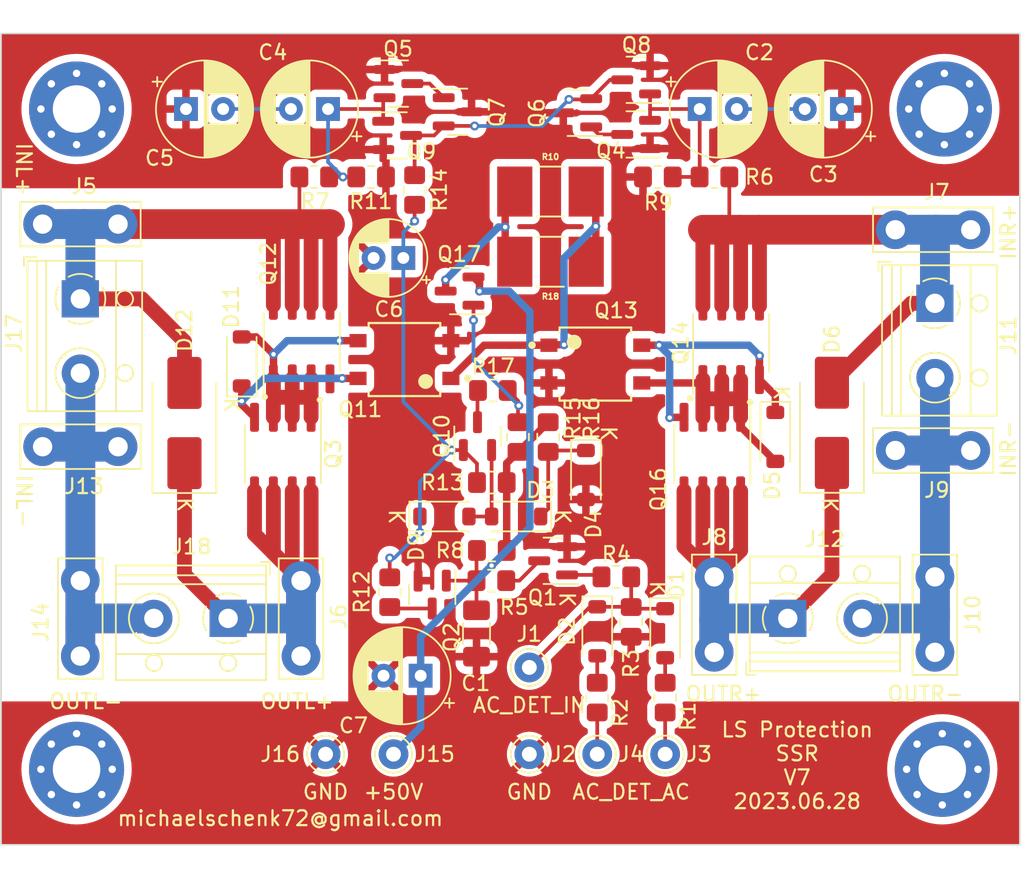
<source format=kicad_pcb>
(kicad_pcb (version 20221018) (generator pcbnew)
  (layers (0 "F.Cu" signal) (31 "B.Cu" signal) (34 "B.Paste" user) (35 "F.Paste" user) (36 "B.SilkS" user "B.Silkscreen") (37 "F.SilkS" user "F.Silkscreen") (38 "B.Mask" user) (39 "F.Mask" user) (44 "Edge.Cuts" user))
  (net 0 "")
  (net 1 "Net-(Q2-B)")
  (net 2 "Net-(Q4-E)")
  (net 3 "Net-(C2-Pad2)")
  (net 4 "Net-(Q5-E)")
  (net 5 "Net-(C4-Pad2)")
  (net 6 "GND")
  (net 7 "Net-(D9-K)")
  (net 8 "Net-(D1-K)")
  (net 9 "Net-(D1-A)")
  (net 10 "Net-(D2-A)")
  (net 11 "Net-(D3-K)")
  (net 12 "Net-(D3-A)")
  (net 13 "Net-(D11-K)")
  (net 14 "Net-(D11-A)")
  (net 15 "Net-(D12-A1)")
  (net 16 "Net-(J3-Pin_1)")
  (net 17 "Net-(J4-Pin_1)")
  (net 18 "INL+")
  (net 19 "INR+")
  (net 20 "Net-(D5-K)")
  (net 21 "Net-(J10-Pin_1)")
  (net 22 "Net-(J13-Pin_1)")
  (net 23 "Net-(J15-Pin_1)")
  (net 24 "Net-(Q1-B)")
  (net 25 "Net-(Q1-C)")
  (net 26 "Net-(Q2-C)")
  (net 27 "Net-(Q4-C)")
  (net 28 "Net-(Q5-C)")
  (net 29 "Net-(Q6-E)")
  (net 30 "Net-(Q10-C)")
  (net 31 "Net-(Q17-B)")
  (net 32 "/R-")
  (net 33 "/R+")
  (net 34 "Net-(D5-A)")
  (net 35 "Net-(D6-A1)")
  (footprint "Resistor_SMD:R_0805_2012Metric_Pad1.20x1.40mm_HandSolder" (layer "F.Cu") (at 100.447 72.777 180)
    (fp_text reference "R11")
    (fp_text value "22k")
  )
  (footprint "Diode_SMD:D_SOD-123" (layer "F.Cu") (at 114.909 92.843 -90)
    (fp_text reference "D4")
    (fp_text value "MMSZ5245 (15V)")
  )
  (footprint "Resistor_SMD:R_0805_2012Metric_Pad1.20x1.40mm_HandSolder" (layer "F.Cu") (at 112.369 90.287 -90)
    (fp_text reference "R16")
    (fp_text value "47k")
  )
  (footprint "Package_TO_SOT_SMD:SOT-23" (layer "F.Cu") (at 118.2895 69.917 180)
    (fp_text reference "Q4")
    (fp_text value "MMBTA42")
  )
  (footprint "kicad-snk:RESC6332X120N" (layer "F.Cu") (at 112.524 78.486)
    (fp_text reference "R18")
    (fp_text value "3.3k/3W")
  )
  (footprint "Resistor_SMD:R_0805_2012Metric_Pad1.20x1.40mm_HandSolder" (layer "F.Cu") (at 108.575 93.351 180)
    (fp_text reference "R13")
    (fp_text value "220k")
  )
  (footprint "TerminalBlock_RND:TerminalBlock_RND_205-00012_1x02_P5.00mm_Horizontal" (layer "F.Cu") (at 128.498 102.495)
    (fp_text reference "J12")
    (fp_text value "OUTR")
  )
  (footprint "Resistor_SMD:R_0805_2012Metric_Pad1.20x1.40mm_HandSolder" (layer "F.Cu") (at 101.701 100.733 -90)
    (fp_text reference "R12")
    (fp_text value "4.7k")
  )
  (footprint "Package_SO:SOIC-8_3.9x4.9mm_P1.27mm" (layer "F.Cu") (at 123.418 91.4348 -90)
    (fp_text reference "Q16")
    (fp_text value "AOSP66920")
  )
  (footprint "kicad-snk:Vishay-VOM1271T-0-0-0" (layer "F.Cu") (at 115.5432 85.3754)
    (fp_text reference "Q13")
    (fp_text value "VOM1271T" hide)
  )
  (footprint "Diode_SMD:D_SOD-123" (layer "F.Cu") (at 127.6598 90.2766 -90)
    (fp_text reference "D5")
    (fp_text value "MMSZ12T1G (12V)")
  )
  (footprint "Diode_SMD:D_SOD-123" (layer "F.Cu") (at 91.735 85.1986 90)
    (fp_text reference "D11")
    (fp_text value "MMSZ12T1G (12V)")
  )
  (footprint "kicad-snk:TE-726386-2_Pitch5.08mm_Drill1.3mm" (layer "F.Cu") (at 123.545 99.701 -90)
    (fp_text reference "J8")
    (fp_text value "OUTR+")
  )
  (footprint "Diode_SMD:D_SMB_Handsoldering" (layer "F.Cu") (at 131.4698 89.3302 90)
    (fp_text reference "D6")
    (fp_text value "SMBJP6KE68CA")
  )
  (footprint "Resistor_SMD:R_0805_2012Metric_Pad1.20x1.40mm_HandSolder" (layer "F.Cu") (at 115.671 107.829 90)
    (fp_text reference "R2")
    (fp_text value "22k")
  )
  (footprint "Package_TO_SOT_SMD:SOT-23" (layer "F.Cu") (at 114.3225 68.459 180)
    (fp_text reference "Q6")
    (fp_text value "MMBTA92")
  )
  (footprint "Resistor_SMD:R_0805_2012Metric_Pad1.20x1.40mm_HandSolder" (layer "F.Cu") (at 103.3774 73.6566 -90)
    (fp_text reference "R14")
    (fp_text value "10R")
  )
  (footprint "Package_SO:SOIC-8_3.9x4.9mm_P1.27mm" (layer "F.Cu") (at 95.7736 83.894 90)
    (fp_text reference "Q12")
    (fp_text value "AOSP66920")
  )
  (footprint "Capacitor_THT:CP_Radial_D6.3mm_P2.50mm" (layer "F.Cu") (at 132.141 68.205 180)
    (fp_text reference "C3")
    (fp_text value "47uF/50V")
  )
  (footprint "Connector_Pin:Pin_D1.0mm_L10.0mm" (layer "F.Cu") (at 111.099 111.639 180)
    (fp_text reference "J2")
    (fp_text value "AC_DET_GND")
  )
  (footprint "kicad-snk:TE-726386-2_Pitch5.08mm_Drill1.3mm" (layer "F.Cu") (at 80.869945 99.955 -90)
    (fp_text reference "J14")
    (fp_text value "OUTL-")
  )
  (footprint "Capacitor_THT:CP_Radial_D6.3mm_P2.50mm" (layer "F.Cu") (at 103.7838 106.3558 180)
    (fp_text reference "C7")
    (fp_text value "10uF/100V")
  )
  (footprint "Connector_Pin:Pin_D1.0mm_L10.0mm" (layer "F.Cu") (at 115.671 111.639)
    (fp_text reference "J4")
    (fp_text value "AC_DET_AC")
  )
  (footprint "Package_TO_SOT_SMD:SOT-23" (layer "F.Cu") (at 106.4023 80.463 180)
    (fp_text reference "Q17")
    (fp_text value "MMBTA92")
  )
  (footprint "Connector_Pin:Pin_D1.0mm_L10.0mm" (layer "F.Cu") (at 111.099 105.797 180)
    (fp_text reference "J1")
    (fp_text value "AC_DET_IN")
  )
  (footprint "Resistor_SMD:R_0805_2012Metric_Pad1.20x1.40mm_HandSolder" (layer "F.Cu") (at 108.575 97.923 180)
    (fp_text reference "R8")
    (fp_text value "100k")
  )
  (footprint "TerminalBlock_RND:TerminalBlock_RND_205-00012_1x02_P5.00mm_Horizontal" (layer "F.Cu") (at 138.404 81.286 -90)
    (fp_text reference "J11")
    (fp_text value "INR")
  )
  (footprint "Connector_Pin:Pin_D1.0mm_L10.0mm" (layer "F.Cu") (at 120.243 111.639 180)
    (fp_text reference "J3")
    (fp_text value "AC_DET_AC")
  )
  (footprint "Connector_Pin:Pin_D1.0mm_L10.0mm" (layer "F.Cu") (at 97.383 111.639 -90)
    (fp_text reference "J16")
    (fp_text value "GND")
  )
  (footprint "Package_SO:SOIC-8_3.9x4.9mm_P1.27mm" (layer "F.Cu") (at 124.688 83.9448 90)
    (fp_text reference "Q14")
    (fp_text value "AOSP66920")
  )
  (footprint "kicad-snk:RESC6332X120N" (layer "F.Cu") (at 112.524 73.7616)
    (fp_text reference "R10")
    (fp_text value "3.3k/3W")
  )
  (footprint "TerminalBlock_RND:TerminalBlock_RND_205-00012_1x02_P5.00mm_Horizontal" (layer "F.Cu") (at 90.822945 102.495 180)
    (fp_text reference "J18")
    (fp_text value "OUTL")
  )
  (footprint "kicad-snk:TE-726386-2_Pitch5.08mm_Drill1.3mm" (layer "F.Cu") (at 78.333 90.938)
    (fp_text reference "J13")
    (fp_text value "INL-")
  )
  (footprint "Package_TO_SOT_SMD:SOT-23" (layer "F.Cu") (at 102.2875 66.493)
    (fp_text reference "Q5")
    (fp_text value "MMBTA42")
  )
  (footprint "MountingHole:MountingHole_3.2mm_M3_Pad_Via" (layer "F.Cu") (at 139.039 68.205 -90)
    (fp_text reference "MK1" hide)
    (fp_text value "Mounting_Hole_PAD")
  )
  (footprint "Package_TO_SOT_SMD:SOT-23" (layer "F.Cu") (at 112.7015 98.619 180)
    (fp_text reference "Q1")
    (fp_text value "MMBTA42")
  )
  (footprint "kicad-snk:TE-726386-2_Pitch5.08mm_Drill1.3mm" (layer "F.Cu") (at 138.404 99.701 -90)
    (fp_text reference "J10")
    (fp_text value "OUTR-")
  )
  (footprint "Package_TO_SOT_SMD:SOT-23" (layer "F.Cu") (at 104.561 100.8925 -90)
    (fp_text reference "Q2")
    (fp_text value "MMBTA42")
  )
  (footprint "TerminalBlock_RND:TerminalBlock_RND_205-00012_1x02_P5.00mm_Horizontal" (layer "F.Cu") (at 80.873 80.985 -90)
    (fp_text reference "J17")
    (fp_text value "INL")
  )
  (footprint "Resistor_SMD:R_0805_2012Metric_Pad1.20x1.40mm_HandSolder" (layer "F.Cu") (at 123.561 72.777 180)
    (fp_text reference "R6")
    (fp_text value "47k")
  )
  (footprint "kicad-snk:TE-726386-2_Pitch5.08mm_Drill1.3mm" (layer "F.Cu") (at 95.728945 99.955 -90)
    (fp_text reference "J6")
    (fp_text value "OUTL+")
  )
  (footprint "MountingHole:MountingHole_3.2mm_M3_Pad_Via" (layer "F.Cu") (at 138.899 112.655 -90)
    (fp_text reference "MK4" hide)
    (fp_text value "Mounting_Hole_PAD")
  )
  (footprint "Capacitor_THT:CP_Radial_D6.3mm_P2.50mm" (layer "F.Cu") (at 122.569 68.205)
    (fp_text reference "C2")
    (fp_text value "47uF/50V")
  )
  (footprint "Capacitor_THT:CP_Radial_D5.0mm_P2.00mm" (layer "F.Cu") (at 102.616 78.232 180)
    (fp_text reference "C6")
    (fp_text value "22uF/50V")
  )
  (footprint "Diode_SMD:D_SOD-123" (layer "F.Cu") (at 120.243 103.495 -90)
    (fp_text reference "D1")
    (fp_text value "1N914")
  )
  (footprint "Resistor_SMD:R_0805_2012Metric_Pad1.20x1.40mm_HandSolder" (layer "F.Cu") (at 116.957 99.701 180)
    (fp_text reference "R4")
    (fp_text value "100R")
  )
  (footprint "kicad-snk:TE-726386-2_Pitch5.08mm_Drill1.3mm" (layer "F.Cu") (at 135.737 76.333)
    (fp_text reference "J7")
    (fp_text value "INR+")
  )
  (footprint "Capacitor_SMD:C_1206_3216Metric_Pad1.33x1.80mm_HandSolder" (layer "F.Cu") (at 107.543 103.511 -90)
    (fp_text reference "C1")
    (fp_text value "470nF")
  )
  (footprint "Diode_SMD:D_SOD-123" (layer "F.Cu") (at 105.383 95.637)
    (fp_text reference "D9")
    (fp_text value "MMSZ5232BT1G (5.6V)")
  )
  (footprint "Resistor_SMD:R_0805_2012Metric_Pad1.20x1.40mm_HandSolder" (layer "F.Cu") (at 108.543 99.955)
    (fp_text reference "R5")
    (fp_text value "100R")
  )
  (footprint "Connector_Pin:Pin_D1.0mm_L10.0mm" (layer "F.Cu") (at 101.955 111.639 -90)
    (fp_text reference "J15")
    (fp_text value "+50V")
  )
  (footprint "Resistor_SMD:R_0805_2012Metric_Pad1.20x1.40mm_HandSolder" (layer "F.Cu") (at 117.957 102.733 90)
    (fp_text reference "R3")
    (fp_text value "10k")
  )
  (footprint "Resistor_SMD:R_0805_2012Metric_Pad1.20x1.40mm_HandSolder" (layer "F.Cu") (at 110.337 90.287 90)
    (fp_text reference "R15")
    (fp_text value "6.8k")
  )
  (footprint "Package_TO_SOT_SMD:SOT-23" (layer "F.Cu") (at 102.199137 69.983)
    (fp_text reference "Q9")
    (fp_text value "MMBTA42")
  )
  (footprint "Diode_SMD:D_SOD-123" (layer "F.Cu") (at 110.211 95.637 180)
    (fp_text reference "D3")
    (fp_text value "1N914")
  )
  (footprint "kicad-snk:TE-726386-2_Pitch5.08mm_Drill1.3mm" (layer "F.Cu") (at 135.737 91.192)
    (fp_text reference "J9")
    (fp_text value "INR-")
  )
  (footprint "kicad-snk:TE-726386-2_Pitch5.08mm_Drill1.3mm" (layer "F.Cu") (at 78.333 75.952)
    (fp_text reference "J5")
    (fp_text value "INL+")
  )
  (footprint "Capacitor_THT:CP_Radial_D6.3mm_P2.50mm" (layer "F.Cu") (at 97.549379 68.205 180)
    (fp_text reference "C4")
    (fp_text value "47uF/50V")
  )
  (footprint "Package_TO_SOT_SMD:SOT-23" (layer "F.Cu") (at 107.609 90.2245 90)
    (fp_text reference "Q10")
    (fp_text value "MMBTA42")
  )
  (footprint "Resistor_SMD:R_0805_2012Metric_Pad1.20x1.40mm_HandSolder" (layer "F.Cu") (at 108.6446 87.1534 180)
    (fp_text reference "R17")
    (fp_text value "22k")
  )
  (footprint "Diode_SMD:D_SMB_Handsoldering" (layer "F.Cu") (at 87.8834 89.3454 90)
    (fp_text reference "D12")
    (fp_text value "SMBJP6KE68CA")
  )
  (footprint "Resistor_SMD:R_0805_2012Metric_Pad1.20x1.40mm_HandSolder" (layer "F.Cu") (at 96.621 72.777)
    (fp_text reference "R7")
    (fp_text value "47k")
  )
  (footprint "Resistor_SMD:R_0805_2012Metric_Pad1.20x1.40mm_HandSolder" (layer "F.Cu") (at 119.751 72.777)
    (fp_text reference "R9")
    (fp_text value "22k")
  )
  (footprint "Package_TO_SOT_SMD:SOT-23" (layer "F.Cu") (at 118.2895 66.239 180)
    (fp_text reference "Q8")
    (fp_text value "MMBTA42")
  )
  (footprint "Package_SO:SOIC-8_3.9x4.9mm_P1.27mm" (layer "F.Cu") (at 94.5036 91.4348 -90)
    (fp_text reference "Q3")
    (fp_text value "AOSP66920")
  )
  (footprint "Capacitor_THT:CP_Radial_D6.3mm_P2.50mm" (layer "F.Cu") (at 87.984999 68.205)
    (fp_text reference "C5")
    (fp_text value "47uF/50V")
  )
  (footprint "Resistor_SMD:R_0805_2012Metric_Pad1.20x1.40mm_HandSolder" (layer "F.Cu") (at 120.243 107.829 90)
    (fp_text reference "R1")
    (fp_text value "22k")
  )
  (footprint "Package_TO_SOT_SMD:SOT-23" (layer "F.Cu") (at 106.273 68.393)
    (fp_text reference "Q7")
    (fp_text value "MMBTA92")
  )
  (footprint "kicad-snk:Vishay-VOM1271T-0-0-0" (layer "F.Cu") (at 102.6924 85.0706 180)
    (fp_text reference "Q11")
    (fp_text value "VOM1271T" hide)
  )
  (footprint "MountingHole:MountingHole_3.2mm_M3_Pad_Via" (layer "F.Cu") (at 80.619 112.655 -90)
    (fp_text reference "MK3" hide)
    (fp_text value "Mounting_Hole_PAD")
  )
  (footprint "MountingHole:MountingHole_3.2mm_M3_Pad_Via" (layer "F.Cu") (at 80.619 68.205 -90)
    (fp_text reference "MK2" hide)
    (fp_text value "Mounting_Hole_PAD")
  )
  (footprint "Diode_SMD:D_SOD-123" (layer "F.Cu") (at 115.671 103.367 -90)
    (fp_text reference "D2")
    (fp_text value "1N914")
  )
  (gr_rect (start 75.539 63.125) (end 144.119 117.735) (stroke (width 0.1)) (fill none) (layer "Edge.Cuts"))
  (gr_text "K" (at 128.0662 87.3058 -90) (layer "F.SilkS") (effects (font (size 1 1))))
  (gr_text "°" (at 124.9674 87.4582 -90) (layer "F.SilkS") (effects (font (size 1 1)) (justify left bottom)))
  (gr_text "K" (at 131.3174 94.8436 -90) (layer "F.SilkS") (effects (font (size 1 1))))
  (gr_text "INL-" (at 77.063 94.621 -90) (layer "F.SilkS") (effects (font (size 1 1))))
  (gr_text "OUTL-" (at 81.250945 108.083) (layer "F.SilkS") (effects (font (size 1 1))))
  (gr_text "OUTR-" (at 137.769 107.575) (layer "F.SilkS") (effects (font (size 1 1))))
  (gr_text "+50V" (at 101.955 114.179) (layer "F.SilkS") (effects (font (size 1 1))))
  (gr_text "AC_DET_IN" (at 111.099 108.337) (layer "F.SilkS") (effects (font (size 1 1))))
  (gr_text "°" (at 92.303 87.1026 -90) (layer "F.SilkS") (effects (font (size 1 1)) (justify left bottom)))
  (gr_text "OUTR+" (at 124.18 107.575) (layer "F.SilkS") (effects (font (size 1 1))))
  (gr_text "GND" (at 97.383 114.179) (layer "F.SilkS") (effects (font (size 1 1))))
  (gr_text "INR-" (at 143.357 91.065 90) (layer "F.SilkS") (effects (font (size 1 1))))
  (gr_text "K" (at 91.0844 88.138 -90) (layer "F.SilkS") (effects (font (size 1 1))))
  (gr_text "K" (at 116.433 90.049 -90) (layer "F.SilkS") (effects (font (size 1 1))))
  (gr_text "AC_DET_AC" (at 117.957 114.179) (layer "F.SilkS") (effects (font (size 1 1))))
  (gr_text "°" (at 96.0114 87.3058 -90) (layer "F.SilkS") (effects (font (size 1 1)) (justify left bottom)))
  (gr_text "LS Protection\nSSR\nV7\n2023.06.28" (at 129.133 112.401) (layer "F.SilkS") (effects (font (size 1 1))))
  (gr_text "K" (at 87.9342 94.8436 -90) (layer "F.SilkS") (effects (font (size 1 1))))
  (gr_text "K" (at 102.1588 95.6564 -90) (layer "F.SilkS") (effects (font (size 1 1))))
  (gr_text "K" (at 113.639 101.225 -90) (layer "F.SilkS") (effects (font (size 1 1))))
  (gr_text "michaelschenk72@gmail.com" (at 94.335 115.957) (layer "F.SilkS") (effects (font (size 1 1))))
  (gr_text "INR+" (at 143.357 76.46 90) (layer "F.SilkS") (effects (font (size 1 1))))
  (gr_text "°" (at 120.9542 87.2042 -90) (layer "F.SilkS") (effects (font (size 1 1)) (justify left bottom)))
  (gr_text "GND" (at 111.099 114.179) (layer "F.SilkS") (effects (font (size 1 1))))
  (gr_text "INL+" (at 77.063 72.269 -90) (layer "F.SilkS") (effects (font (size 1 1))))
  (gr_text "K" (at 119.735 100.463 -90) (layer "F.SilkS") (effects (font (size 1 1))))
  (gr_text "OUTL+" (at 95.474945 108.083) (layer "F.SilkS") (effects (font (size 1 1))))
  (gr_text "K" (at 113.3348 95.637 -90) (layer "F.SilkS") (effects (font (size 1 1))))
  (segment (start 107.543 99.955) (end 107.543 97.955) (width 0.25) (layer "F.Cu") (net 1))
  (segment (start 107.543 99.955) (end 107.543 101.9485) (width 0.25) (layer "F.Cu") (net 1))
  (segment (start 105.511 99.955) (end 107.543 99.955) (width 0.25) (layer "F.Cu") (net 1))
  (segment (start 119.227 68.967) (end 119.227 68.205) (width 0.25) (layer "F.Cu") (net 2))
  (segment (start 122.569 72.769) (end 122.569 68.205) (width 0.25) (layer "F.Cu") (net 2))
  (segment (start 122.569 68.205) (end 119.227 68.205) (width 0.25) (layer "F.Cu") (net 2))
  (segment (start 119.227 68.205) (end 119.227 67.189) (width 0.25) (layer "F.Cu") (net 2))
  (segment (start 122.561 72.777) (end 120.751 72.777) (width 0.25) (layer "F.Cu") (net 2))
  (segment (start 125.069 68.205) (end 129.641 68.205) (width 0.25) (layer "B.Cu") (net 3))
  (segment (start 97.549379 68.205) (end 101.193 68.205) (width 0.25) (layer "F.Cu") (net 4))
  (segment (start 101.261637 68.136363) (end 101.261637 67.531363) (width 0.25) (layer "F.Cu") (net 4))
  (segment (start 98.5514 72.777) (end 99.447 72.777) (width 0.25) (layer "F.Cu") (net 4))
  (segment (start 97.621 72.777) (end 98.5514 72.777) (width 0.25) (layer "F.Cu") (net 4))
  (segment (start 101.193 68.205) (end 101.261637 68.136363) (width 0.25) (layer "F.Cu") (net 4))
  (segment (start 101.261637 69.033) (end 101.261637 68.136363) (width 0.25) (layer "F.Cu") (net 4))
  (via (at 98.5514 72.777) (size 0.6) (drill 0.3) (layers "F.Cu" "B.Cu") (net 4))
  (segment (start 98.5514 72.777) (end 97.549379 71.774979) (width 0.25) (layer "B.Cu") (net 4))
  (segment (start 97.549379 71.774979) (end 97.549379 68.205) (width 0.25) (layer "B.Cu") (net 4))
  (segment (start 90.484999 68.205) (end 95.049379 68.205) (width 0.25) (layer "B.Cu") (net 5))
  (segment (start 103.3774 74.6566) (end 103.3774 75.7422) (width 0.25) (layer "F.Cu") (net 7))
  (segment (start 101.701 99.733) (end 101.701 98.431) (width 0.25) (layer "F.Cu") (net 7))
  (segment (start 106.659 91.162) (end 107.575 92.078) (width 0.25) (layer "F.Cu") (net 7))
  (segment (start 107.575 92.078) (end 107.575 93.351) (width 0.25) (layer "F.Cu") (net 7))
  (segment (start 105.8666 91.1666) (end 106.6544 91.1666) (width 0.25) (layer "F.Cu") (net 7))
  (segment (start 103.3774 75.7422) (end 103.378 75.7428) (width 0.25) (layer "F.Cu") (net 7))
  (segment (start 103.733 96.7038) (end 103.733 95.637) (width 0.25) (layer "F.Cu") (net 7))
  (via (at 103.378 75.7428) (size 0.6) (drill 0.3) (layers "F.Cu" "B.Cu") (net 7))
  (via (at 101.701 98.431) (size 0.6) (drill 0.3) (layers "F.Cu" "B.Cu") (net 7))
  (via (at 105.8666 91.1666) (size 0.6) (drill 0.3) (layers "F.Cu" "B.Cu") (net 7))
  (via (at 103.733 96.7038) (size 0.6) (drill 0.3) (layers "F.Cu" "B.Cu") (net 7))
  (segment (start 103.733 96.7038) (end 103.733 93.3002) (width 0.25) (layer "B.Cu") (net 7))
  (segment (start 103.733 93.3002) (end 105.8666 91.1666) (width 0.25) (layer "B.Cu") (net 7))
  (segment (start 102.616 76.5048) (end 102.616 78.232) (width 0.25) (layer "B.Cu") (net 7))
  (segment (start 102.0058 98.431) (end 103.733 96.7038) (width 0.25) (layer "B.Cu") (net 7))
  (segment (start 101.701 98.431) (end 102.0058 98.431) (width 0.25) (layer "B.Cu") (net 7))
  (segment (start 105.8666 91.1666) (end 102.616 87.916) (width 0.25) (layer "B.Cu") (net 7))
  (segment (start 102.616 87.916) (end 102.616 78.232) (width 0.25) (layer "B.Cu") (net 7))
  (segment (start 103.378 75.7428) (end 102.616 76.5048) (width 0.25) (layer "B.Cu") (net 7))
  (segment (start 115.179 101.717) (end 115.671 101.717) (width 0.25) (layer "F.Cu") (net 8))
  (segment (start 115.671 101.717) (end 117.941 101.717) (width 0.25) (layer "F.Cu") (net 8))
  (segment (start 117.957 101.733) (end 117.957 99.701) (width 0.25) (layer "F.Cu") (net 8))
  (segment (start 120.243 101.845) (end 118.069 101.845) (width 0.25) (layer "F.Cu") (net 8))
  (segment (start 111.099 105.797) (end 115.179 101.717) (width 0.25) (layer "F.Cu") (net 8))
  (segment (start 120.243 105.145) (end 120.243 106.829) (width 0.25) (layer "F.Cu") (net 9))
  (segment (start 115.671 105.017) (end 115.671 106.829) (width 0.25) (layer "F.Cu") (net 10))
  (segment (start 112.369 95.129) (end 111.861 95.637) (width 0.25) (layer "F.Cu") (net 11))
  (segment (start 112.463 91.193) (end 114.909 91.193) (width 0.25) (layer "F.Cu") (net 11))
  (segment (start 112.369 91.287) (end 112.369 95.129) (width 0.25) (layer "F.Cu") (net 11))
  (segment (start 108.561 95.637) (end 108.561 91.164) (width 0.25) (layer "F.Cu") (net 12))
  (segment (start 107.033 95.637) (end 108.561 95.637) (width 0.25) (layer "F.Cu") (net 12))
  (segment (start 91.735 87.8554) (end 91.7442 87.8646) (width 0.5) (layer "F.Cu") (net 13))
  (segment (start 91.735 87.8738) (end 91.735 88.0962) (width 0.5) (layer "F.Cu") (net 13))
  (segment (start 91.7442 87.8646) (end 91.735 87.8738) (width 0.5) (layer "F.Cu") (net 13))
  (segment (start 91.735 86.8486) (end 91.735 87.8554) (width 0.5) (layer "F.Cu") (net 13))
  (segment (start 91.735 88.0962) (end 92.5986 88.9598) (width 0.5) (layer "F.Cu") (net 13))
  (segment (start 98.5006 86.3406) (end 97.707 86.3406) (width 0.5) (layer "F.Cu") (net 13))
  (segment (start 99.5674 86.3406) (end 98.5006 86.3406) (width 0.5) (layer "F.Cu") (net 13))
  (via (at 91.7442 87.8646) (size 0.6) (drill 0.3) (layers "F.Cu" "B.Cu") (net 13))
  (via (at 98.5006 86.3406) (size 0.6) (drill 0.3) (layers "F.Cu" "B.Cu") (net 13))
  (segment (start 98.5006 86.3406) (end 93.2682 86.3406) (width 0.5) (layer "B.Cu") (net 13))
  (segment (start 93.2682 86.3406) (end 91.7442 87.8646) (width 0.5) (layer "B.Cu") (net 13))
  (segment (start 96.4086 87.6106) (end 93.8686 87.6106) (width 1) (layer "F.Cu") (net 14))
  (segment (start 93.8686 87.6106) (end 93.8686 88.9598) (width 1) (layer "F.Cu") (net 14))
  (segment (start 93.8778 84.715) (end 93.8778 86.3598) (width 0.5) (layer "F.Cu") (net 14))
  (segment (start 91.735 83.5486) (end 92.7114 83.5486) (width 0.5) (layer "F.Cu") (net 14))
  (segment (start 96.4086 87.6106) (end 96.4086 88.9598) (width 1) (layer "F.Cu") (net 14))
  (segment (start 92.7114 83.5486) (end 93.8778 84.715) (width 0.5) (layer "F.Cu") (net 14))
  (segment (start 93.8686 86.369) (end 93.8686 87.6106) (width 1) (layer "F.Cu") (net 14))
  (segment (start 99.5674 83.8006) (end 98.2974 83.8006) (width 0.5) (layer "F.Cu") (net 14))
  (segment (start 96.4086 86.369) (end 96.4086 87.6106) (width 1) (layer "F.Cu") (net 14))
  (segment (start 95.1386 86.369) (end 95.1386 88.9598) (width 1) (layer "F.Cu") (net 14))
  (via (at 93.8778 84.715) (size 0.6) (drill 0.3) (layers "F.Cu" "B.Cu") (net 14))
  (via (at 98.2974 83.8006) (size 0.6) (drill 0.3) (layers "F.Cu" "B.Cu") (net 14))
  (segment (start 98.2974 83.8006) (end 94.7922 83.8006) (width 0.5) (layer "B.Cu") (net 14))
  (segment (start 94.7922 83.8006) (end 93.8778 84.715) (width 0.5) (layer "B.Cu") (net 14))
  (segment (start 87.8834 99.5486) (end 87.8834 92.0454) (width 1) (layer "F.Cu") (net 15))
  (segment (start 95.728945 99.955) (end 95.728945 102.495) (width 2) (layer "F.Cu") (net 15))
  (segment (start 95.1386 93.9098) (end 95.1386 99.364655) (width 1) (layer "F.Cu") (net 15))
  (segment (start 96.4086 93.9098) (end 96.4086 99.275345) (width 1) (layer "F.Cu") (net 15))
  (segment (start 93.8686 98.094655) (end 95.728945 99.955) (width 1) (layer "F.Cu") (net 15))
  (segment (start 95.728945 102.495) (end 95.728945 105.035) (width 2) (layer "F.Cu") (net 15))
  (segment (start 90.822945 102.495) (end 95.728945 102.495) (width 2) (layer "F.Cu") (net 15))
  (segment (start 93.8686 93.9098) (end 93.8686 98.094655) (width 1) (layer "F.Cu") (net 15))
  (segment (start 92.5986 93.9098) (end 92.5986 96.824655) (width 1) (layer "F.Cu") (net 15))
  (segment (start 92.5986 96.824655) (end 95.728945 99.955) (width 1) (layer "F.Cu") (net 15))
  (segment (start 95.1386 99.364655) (end 95.728945 99.955) (width 1) (layer "F.Cu") (net 15))
  (segment (start 90.822945 102.488145) (end 87.8834 99.5486) (width 1) (layer "F.Cu") (net 15))
  (segment (start 96.4086 99.275345) (end 95.728945 99.955) (width 1) (layer "F.Cu") (net 15))
  (segment (start 95.605 102.495) (end 95.728945 102.371055) (width 2) (layer "B.Cu") (net 15))
  (segment (start 90.822945 102.495) (end 95.605 102.495) (width 2) (layer "B.Cu") (net 15))
  (segment (start 95.728945 99.955) (end 95.728945 102.371055) (width 2) (layer "B.Cu") (net 15))
  (segment (start 95.728945 102.371055) (end 95.728945 105.035) (width 2) (layer "B.Cu") (net 15))
  (segment (start 120.243 108.829) (end 120.243 111.639) (width 0.25) (layer "F.Cu") (net 16))
  (segment (start 115.671 108.829) (end 115.671 111.639) (width 0.25) (layer "F.Cu") (net 17))
  (segment (start 96.4086 81.419) (end 96.4086 75.9612) (width 1) (layer "F.Cu") (net 18))
  (segment (start 96.4086 75.9612) (end 96.4178 75.952) (width 1) (layer "F.Cu") (net 18))
  (segment (start 97.6694 75.952) (end 95.6558 75.952) (width 2) (layer "F.Cu") (net 18))
  (segment (start 93.8686 81.419) (end 93.8686 75.9936) (width 1) (layer "F.Cu") (net 18))
  (segment (start 95.6558 75.952) (end 83.413 75.952) (width 2) (layer "F.Cu") (net 18))
  (segment (start 95.621 75.9172) (end 95.6558 75.952) (width 0.25) (layer "F.Cu") (net 18))
  (segment (start 95.1386 81.419) (end 95.1386 75.9936) (width 1) (layer "F.Cu") (net 18))
  (segment (start 81.127 75.952) (end 78.333 75.952) (width 2) (layer "F.Cu") (net 18))
  (segment (start 85.017 80.985) (end 87.8834 83.8514) (width 1) (layer "F.Cu") (net 18))
  (segment (start 80.873 80.985) (end 85.017 80.985) (width 1) (layer "F.Cu") (net 18))
  (segment (start 87.8834 83.8514) (end 87.8834 86.6454) (width 1) (layer "F.Cu") (net 18))
  (segment (start 95.621 72.777) (end 95.621 75.9172) (width 0.25) (layer "F.Cu") (net 18))
  (segment (start 97.6786 81.419) (end 97.6786 75.9612) (width 1) (layer "F.Cu") (net 18))
  (segment (start 97.6786 75.9612) (end 97.6694 75.952) (width 2) (layer "F.Cu") (net 18))
  (segment (start 80.873 80.985) (end 80.873 76.206) (width 2) (layer "F.Cu") (net 18))
  (segment (start 80.873 76.206) (end 81.127 75.952) (width 2) (layer "F.Cu") (net 18))
  (segment (start 83.413 75.952) (end 81.127 75.952) (width 2) (layer "F.Cu") (net 18))
  (segment (start 80.365 75.952) (end 78.333 75.952) (width 2) (layer "B.Cu") (net 18))
  (segment (start 80.873 76.46) (end 80.365 75.952) (width 2) (layer "B.Cu") (net 18))
  (segment (start 83.413 75.952) (end 80.365 75.952) (width 2) (layer "B.Cu") (net 18))
  (segment (start 80.873 80.985) (end 80.873 76.46) (width 2) (layer "B.Cu") (net 18))
  (segment (start 135.737 76.333) (end 138.4294 76.333) (width 2) (layer "F.Cu") (net 19))
  (segment (start 124.053 81.4698) (end 124.053 76.333) (width 1) (layer "F.Cu") (net 19))
  (segment (start 122.783 81.4698) (end 122.783 76.333) (width 1) (layer "F.Cu") (net 19))
  (segment (start 124.561 72.777) (end 124.561 75.6218) (width 0.25) (layer "F.Cu") (net 19))
  (segment (start 138.404 81.286) (end 136.814 81.286) (width 1) (layer "F.Cu") (net 19))
  (segment (start 126.593 81.4698) (end 126.593 76.333) (width 1) (layer "F.Cu") (net 19))
  (segment (start 125.323 81.4698) (end 125.323 76.3838) (width 1) (layer "F.Cu") (net 19))
  (segment (start 135.737 76.333) (end 126.593 76.333) (width 2) (layer "F.Cu") (net 19))
  (segment (start 138.4294 76.333) (end 140.817 76.333) (width 2) (layer "F.Cu") (net 19))
  (segment (start 138.404 76.3584) (end 138.4294 76.333) (width 2) (layer "F.Cu") (net 19))
  (segment (start 138.404 81.286) (end 138.404 76.3584) (width 2) (layer "F.Cu") (net 19))
  (segment (start 124.053 76.333) (end 122.783 76.333) (width 2) (layer "F.Cu") (net 19))
  (segment (start 126.593 76.333) (end 125.2722 76.333) (width 2) (layer "F.Cu") (net 19))
  (segment (start 136.814 81.286) (end 131.4698 86.6302) (width 1) (layer "F.Cu") (net 19))
  (segment (start 125.2722 76.333) (end 124.053 76.333) (width 2) (layer "F.Cu") (net 19))
  (segment (start 125.323 76.3838) (end 125.2722 76.333) (width 1) (layer "F.Cu") (net 19))
  (segment (start 124.561 75.6218) (end 125.2722 76.333) (width 0.25) (layer "F.Cu") (net 19))
  (segment (start 138.404 76.46) (end 138.531 76.333) (width 2) (layer "B.Cu") (net 19))
  (segment (start 135.737 76.333) (end 138.531 76.333) (width 2) (layer "B.Cu") (net 19))
  (segment (start 138.531 76.333) (end 140.817 76.333) (width 2) (layer "B.Cu") (net 19))
  (segment (start 138.404 81.286) (end 138.404 76.46) (width 2) (layer "B.Cu") (net 19))
  (segment (start 118.6682 84.1054) (end 119.8366 84.1054) (width 0.5) (layer "F.Cu") (net 20))
  (segment (start 127.6598 87.4866) (end 126.593 86.4198) (width 0.5) (layer "F.Cu") (net 20))
  (segment (start 120.5702 88.9598) (end 120.5478 88.9822) (width 0.5) (layer "F.Cu") (net 20))
  (segment (start 121.513 88.9598) (end 120.5702 88.9598) (width 0.5) (layer "F.Cu") (net 20))
  (segment (start 126.593 84.8166) (end 126.593 86.4198) (width 0.5) (layer "F.Cu") (net 20))
  (segment (start 127.6598 88.6266) (end 127.6598 87.4866) (width 0.5) (layer "F.Cu") (net 20))
  (via (at 119.8366 84.1054) (size 0.6) (drill 0.3) (layers "F.Cu" "B.Cu") (net 20))
  (via (at 126.593 84.8166) (size 0.6) (drill 0.3) (layers "F.Cu" "B.Cu") (net 20))
  (via (at 120.5478 88.9822) (size 0.6) (drill 0.3) (layers "F.Cu" "B.Cu") (net 20))
  (segment (start 120.5478 88.9822) (end 120.5478 84.8166) (width 0.5) (layer "B.Cu") (net 20))
  (segment (start 119.8366 84.1054) (end 125.8818 84.1054) (width 0.5) (layer "B.Cu") (net 20))
  (segment (start 120.5478 84.8166) (end 119.8366 84.1054) (width 0.5) (layer "B.Cu") (net 20))
  (segment (start 125.8818 84.1054) (end 126.593 84.8166) (width 0.5) (layer "B.Cu") (net 20))
  (segment (start 138.404 86.286) (end 138.404 99.701) (width 2) (layer "F.Cu") (net 21))
  (segment (start 135.737 91.192) (end 140.817 91.192) (width 2) (layer "F.Cu") (net 21))
  (segment (start 138.404 104.781) (end 138.404 102.3426) (width 2) (layer "F.Cu") (net 21))
  (segment (start 133.498 102.495) (end 138.2516 102.495) (width 2) (layer "F.Cu") (net 21))
  (segment (start 138.404 102.3426) (end 138.404 99.701) (width 2) (layer "F.Cu") (net 21))
  (segment (start 138.2516 102.495) (end 138.404 102.3426) (width 2) (layer "F.Cu") (net 21))
  (segment (start 138.404 99.701) (end 138.404 91.573) (width 2) (layer "B.Cu") (net 21))
  (segment (start 138.404 86.286) (end 138.404 91.573) (width 2) (layer "B.Cu") (net 21))
  (segment (start 140.817 91.192) (end 138.023 91.192) (width 2) (layer "B.Cu") (net 21))
  (segment (start 133.498 102.495) (end 137.896 102.495) (width 2) (layer "B.Cu") (net 21))
  (segment (start 137.896 102.495) (end 138.404 101.987) (width 2) (layer "B.Cu") (net 21))
  (segment (start 138.023 91.192) (end 135.737 91.192) (width 2) (layer "B.Cu") (net 21))
  (segment (start 138.404 99.701) (end 138.404 101.987) (width 2) (layer "B.Cu") (net 21))
  (segment (start 138.404 91.573) (end 138.023 91.192) (width 2) (layer "B.Cu") (net 21))
  (segment (start 138.404 101.987) (end 138.404 104.781) (width 2) (layer "B.Cu") (net 21))
  (segment (start 80.869945 99.955) (end 80.869945 102.495) (width 2) (layer "F.Cu") (net 22))
  (segment (start 80.869945 102.495) (end 80.869945 105.035) (width 2) (layer "F.Cu") (net 22))
  (segment (start 80.873 85.985) (end 80.873 99.951945) (width 2) (layer "F.Cu") (net 22))
  (segment (start 85.822945 102.495) (end 80.869945 102.495) (width 2) (layer "F.Cu") (net 22))
  (segment (start 83.413 90.938) (end 78.333 90.938) (width 2) (layer "F.Cu") (net 22))
  (segment (start 80.869945 103.13) (end 80.869945 99.955) (width 2) (layer "B.Cu") (net 22))
  (segment (start 80.869945 105.035) (end 80.869945 103.13) (width 2) (layer "B.Cu") (net 22))
  (segment (start 80.869945 90.941055) (end 80.873 90.938) (width 2) (layer "B.Cu") (net 22))
  (segment (start 78.333 90.938) (end 80.873 90.938) (width 2) (layer "B.Cu") (net 22))
  (segment (start 80.869945 99.955) (end 80.869945 90.941055) (width 2) (layer "B.Cu") (net 22))
  (segment (start 85.822945 102.495) (end 81.504945 102.495) (width 2) (layer "B.Cu") (net 22))
  (segment (start 81.504945 102.495) (end 80.869945 103.13) (width 2) (layer "B.Cu") (net 22))
  (segment (start 80.873 90.938) (end 83.413 90.938) (width 2) (layer "B.Cu") (net 22))
  (segment (start 80.873 85.985) (end 80.873 90.938) (width 2) (layer "B.Cu") (net 22))
  (segment (start 109.575 92.049) (end 110.337 91.287) (width 0.5) (layer "F.Cu") (net 23))
  (segment (start 109.575 93.351) (end 109.575 92.049) (width 0.5) (layer "F.Cu") (net 23))
  (segment (start 107.3398 79.513) (end 107.7468 79.92) (width 0.5) (layer "F.Cu") (net 23))
  (segment (start 109.575 97.923) (end 109.575 93.351) (width 0.5) (layer "F.Cu") (net 23))
  (segment (start 110.369 91.287) (end 112.369 89.287) (width 0.5) (layer "F.Cu") (net 23))
  (segment (start 107.7468 79.92) (end 107.7468 80.4672) (width 0.5) (layer "F.Cu") (net 23))
  (segment (start 108.559 98.939) (end 109.575 97.923) (width 0.5) (layer "F.Cu") (net 23))
  (via (at 107.7468 80.4672) (size 0.6) (drill 0.3) (layers "F.Cu" "B.Cu") (net 23))
  (via (at 108.559 98.939) (size 0.6) (drill 0.3) (layers "F.Cu" "B.Cu") (net 23))
  (segment (start 103.7838 106.3558) (end 103.7838 103.7142) (width 0.5) (layer "B.Cu") (net 23))
  (segment (start 111.1378 96.3602) (end 108.559 98.939) (width 0.5) (layer "B.Cu") (net 23))
  (segment (start 109.7468 80.4672) (end 111.1378 81.8582) (width 0.5) (layer "B.Cu") (net 23))
  (segment (start 103.7838 103.7142) (end 108.559 98.939) (width 0.5) (layer "B.Cu") (net 23))
  (segment (start 111.1378 81.8582) (end 111.1378 96.3602) (width 0.5) (layer "B.Cu") (net 23))
  (segment (start 107.7468 80.4672) (end 109.7468 80.4672) (width 0.5) (layer "B.Cu") (net 23))
  (segment (start 101.955 111.639) (end 103.7838 109.8102) (width 0.5) (layer "B.Cu") (net 23))
  (segment (start 103.7838 109.8102) (end 103.7838 106.3558) (width 0.5) (layer "B.Cu") (net 23))
  (segment (start 113.639 99.569) (end 115.825 99.569) (width 0.25) (layer "F.Cu") (net 24))
  (segment (start 110.428 99.955) (end 111.764 98.619) (width 0.25) (layer "F.Cu") (net 25))
  (segment (start 109.543 99.955) (end 110.428 99.955) (width 0.25) (layer "F.Cu") (net 25))
  (segment (start 104.561 101.83) (end 101.798 101.83) (width 0.25) (layer "F.Cu") (net 26))
  (segment (start 117.352 69.917) (end 115.768 69.917) (width 0.25) (layer "F.Cu") (net 27))
  (segment (start 115.768 69.917) (end 115.26 69.409) (width 0.25) (layer "F.Cu") (net 27))
  (segment (start 104.3855 66.493) (end 105.3355 67.443) (width 0.25) (layer "F.Cu") (net 28))
  (segment (start 103.225 66.493) (end 104.3855 66.493) (width 0.25) (layer "F.Cu") (net 28))
  (segment (start 104.6955 69.983) (end 105.3355 69.343) (width 0.25) (layer "F.Cu") (net 29))
  (segment (start 116.53 66.239) (end 115.26 67.509) (width 0.25) (layer "F.Cu") (net 29))
  (segment (start 103.3774 70.223763) (end 103.136637 69.983) (width 0.25) (layer "F.Cu") (net 29))
  (segment (start 113.766 67.5595) (end 115.2095 67.5595) (width 0.25) (layer "F.Cu") (net 29))
  (segment (start 105.3355 69.343) (end 107.411 69.343) (width 0.25) (layer "F.Cu") (net 29))
  (segment (start 107.411 69.343) (end 107.416 69.348) (width 0.25) (layer "F.Cu") (net 29))
  (segment (start 103.3774 72.6566) (end 103.3774 70.223763) (width 0.25) (layer "F.Cu") (net 29))
  (segment (start 103.136637 69.983) (end 104.6955 69.983) (width 0.25) (layer "F.Cu") (net 29))
  (segment (start 117.352 66.239) (end 116.53 66.239) (width 0.25) (layer "F.Cu") (net 29))
  (via (at 113.766 67.5595) (size 0.6) (drill 0.3) (layers "F.Cu" "B.Cu") (net 29))
  (via (at 107.416 69.348) (size 0.6) (drill 0.3) (layers "F.Cu" "B.Cu") (net 29))
  (segment (start 107.416 69.348) (end 111.9775 69.348) (width 0.25) (layer "B.Cu") (net 29))
  (segment (start 111.9775 69.348) (end 113.766 67.5595) (width 0.25) (layer "B.Cu") (net 29))
  (segment (start 107.609 89.287) (end 107.609 87.189) (width 0.25) (layer "F.Cu") (net 30))
  (segment (start 110.337 88.2202) (end 110.3878 88.1694) (width 0.25) (layer "F.Cu") (net 31))
  (segment (start 110.337 89.287) (end 110.337 88.2202) (width 0.25) (layer "F.Cu") (net 31))
  (segment (start 110.337 88.1186) (end 110.337 87.8458) (width 0.25) (layer "F.Cu") (net 31))
  (segment (start 110.3878 88.1694) (end 110.337 88.1186) (width 0.25) (layer "F.Cu") (net 31))
  (segment (start 107.3398 81.413) (end 107.3398 82.429) (width 0.25) (layer "F.Cu") (net 31))
  (segment (start 110.337 87.8458) (end 109.6446 87.1534) (width 0.25) (layer "F.Cu") (net 31))
  (via (at 110.3878 88.1694) (size 0.6) (drill 0.3) (layers "F.Cu" "B.Cu") (net 31))
  (via (at 107.3398 82.429) (size 0.6) (drill 0.3) (layers "F.Cu" "B.Cu") (net 31))
  (segment (start 107.3398 85.1214) (end 110.3878 88.1694) (width 0.25) (layer "B.Cu") (net 31))
  (segment (start 107.3398 82.429) (end 107.3398 85.1214) (width 0.25) (layer "B.Cu") (net 31))
  (segment (start 115.574 78.486) (end 115.574 76.0984) (width 0.5) (layer "F.Cu") (net 32))
  (segment (start 109.829 84.1054) (end 108.0526 84.1054) (width 0.5) (layer "F.Cu") (net 32))
  (segment (start 115.574 76.0984) (end 115.574 73.7616) (width 0.5) (layer "F.Cu") (net 32))
  (segment (start 109.829 84.1054) (end 112.4182 84.1054) (width 0.5) (layer "F.Cu") (net 32))
  (segment (start 113.4364 84.074) (end 112.4496 84.074) (width 0.5) (layer "F.Cu") (net 32))
  (segment (start 108.0526 84.1054) (end 105.8174 86.3406) (width 0.5) (layer "F.Cu") (net 32))
  (segment (start 112.4496 84.074) (end 112.4182 84.1054) (width 0.5) (layer "F.Cu") (net 32))
  (via (at 113.4364 84.074) (size 0.6) (drill 0.3) (layers "F.Cu" "B.Cu") (net 32))
  (via (at 115.574 76.0984) (size 0.6) (drill 0.3) (layers "F.Cu" "B.Cu") (net 32))
  (segment (start 113.4364 78.236) (end 115.574 76.0984) (width 0.5) (layer "B.Cu") (net 32))
  (segment (start 113.4364 84.074) (end 113.4364 78.236) (width 0.5) (layer "B.Cu") (net 32))
  (segment (start 109.474 78.486) (end 109.474 76.1492) (width 0.5) (layer "F.Cu") (net 33))
  (segment (start 105.4648 79.7092) (end 105.4608 79.7052) (width 0.5) (layer "F.Cu") (net 33))
  (segment (start 109.474 76.1492) (end 109.474 73.7616) (width 0.5) (layer "F.Cu") (net 33))
  (segment (start 105.4648 80.463) (end 105.4648 79.7092) (width 0.5) (layer "F.Cu") (net 33))
  (via (at 105.4608 79.7052) (size 0.6) (drill 0.3) (layers "F.Cu" "B.Cu") (net 33))
  (via (at 109.474 76.1492) (size 0.6) (drill 0.3) (layers "F.Cu" "B.Cu") (net 33))
  (segment (start 109.0168 76.1492) (end 109.474 76.1492) (width 0.5) (layer "B.Cu") (net 33))
  (segment (start 105.4608 79.7052) (end 109.0168 76.1492) (width 0.5) (layer "B.Cu") (net 33))
  (segment (start 122.783 88.9598) (end 122.783 87.6614) (width 1) (layer "F.Cu") (net 34))
  (segment (start 125.323 88.9598) (end 125.323 87.7122) (width 1) (layer "F.Cu") (net 34))
  (segment (start 125.323 87.7122) (end 125.323 86.4198) (width 1) (layer "F.Cu") (net 34))
  (segment (start 124.053 88.9598) (end 124.053 86.4198) (width 1) (layer "F.Cu") (net 34))
  (segment (start 122.783 87.6614) (end 122.783 86.4198) (width 1) (layer "F.Cu") (net 34))
  (segment (start 125.323 89.5898) (end 127.6598 91.9266) (width 0.5) (layer "F.Cu") (net 34))
  (segment (start 122.5574 86.6454) (end 122.783 86.4198) (width 0.5) (layer "F.Cu") (net 34))
  (segment (start 125.323 87.7122) (end 122.8338 87.7122) (width 1) (layer "F.Cu") (net 34))
  (segment (start 118.6682 86.6454) (end 122.5574 86.6454) (width 0.5) (layer "F.Cu") (net 34))
  (segment (start 122.8338 87.7122) (end 122.783 87.6614) (width 1) (layer "F.Cu") (net 34))
  (segment (start 125.323 97.923) (end 123.545 99.701) (width 1) (layer "F.Cu") (net 35))
  (segment (start 121.513 97.669) (end 123.545 99.701) (width 1) (layer "F.Cu") (net 35))
  (segment (start 122.783 93.9098) (end 122.783 98.939) (width 1) (layer "F.Cu") (net 35))
  (segment (start 121.513 93.9098) (end 121.513 97.669) (width 1) (layer "F.Cu") (net 35))
  (segment (start 122.783 98.939) (end 123.545 99.701) (width 1) (layer "F.Cu") (net 35))
  (segment (start 128.498 102.495) (end 123.7482 102.495) (width 2) (layer "F.Cu") (net 35))
  (segment (start 131.4698 99.5486) (end 131.4698 92.0302) (width 1) (layer "F.Cu") (net 35))
  (segment (start 123.545 99.701) (end 123.545 102.6982) (width 2) (layer "F.Cu") (net 35))
  (segment (start 123.7482 102.495) (end 123.545 102.6982) (width 2) (layer "F.Cu") (net 35))
  (segment (start 124.053 93.9098) (end 124.053 99.193) (width 1) (layer "F.Cu") (net 35))
  (segment (start 125.323 93.9098) (end 125.323 97.923) (width 1) (layer "F.Cu") (net 35))
  (segment (start 123.545 102.6982) (end 123.545 104.781) (width 2) (layer "F.Cu") (net 35))
  (segment (start 128.5234 102.495) (end 131.4698 99.5486) (width 1) (layer "F.Cu") (net 35))
  (segment (start 123.545 104.781) (end 123.545 102.495) (width 2) (layer "B.Cu") (net 35))
  (segment (start 123.545 102.495) (end 123.545 99.701) (width 2) (layer "B.Cu") (net 35))
  (segment (start 128.498 102.495) (end 123.545 102.495) (width 2) (layer "B.Cu") (net 35))
  (zone (net 6) (net_name "GND") (layer "F.Cu") (connect_pads (clearance 0.508)) (min_thickness 0.254) (fill yes (thermal_gap 0.508) (thermal_bridge_width 0.508))
    (polygon (pts (xy 75.539 117.735) (xy 75.539 63.125) (xy 144.119 63.125) (xy 144.119 117.735)))
  )
  (zone (net 0) (net_name "") (layer "F.Cu") (connect_pads (clearance 0)) (min_thickness 0.25)
    (keepout (tracks allowed) (vias allowed) (pads allowed) (copperpour not_allowed) (footprints allowed))
    (fill (thermal_gap 0.5) (thermal_bridge_width 0.5))
    (polygon (pts (xy 75.539 73.539) (xy 98.907 73.539) (xy 98.907 108.083) (xy 75.539 108.083)))
  )
  (zone (net 0) (net_name "") (layer "F.Cu") (connect_pads (clearance 0)) (min_thickness 0.25)
    (keepout (tracks allowed) (vias allowed) (pads allowed) (copperpour not_allowed) (footprints allowed))
    (fill (thermal_gap 0.5) (thermal_bridge_width 0.5))
    (polygon (pts (xy 120.243 74.047) (xy 144.119 74.047) (xy 144.119 108.083) (xy 120.243 108.083)))
  )
)
</source>
